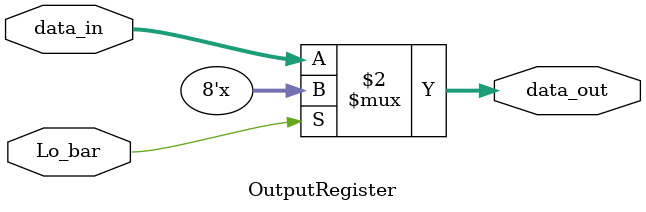
<source format=sv>
/*
 * This module separates and stores data/instructions from W bus.
 */
module OutputRegister(
        //control signals
        input logic Lo_bar,

        //in/out
        input wire [7:0] data_in,
        output reg [7:0] data_out
    );

    assign data_out = ~Lo_bar ? data_in : 8'bz;

endmodule

</source>
